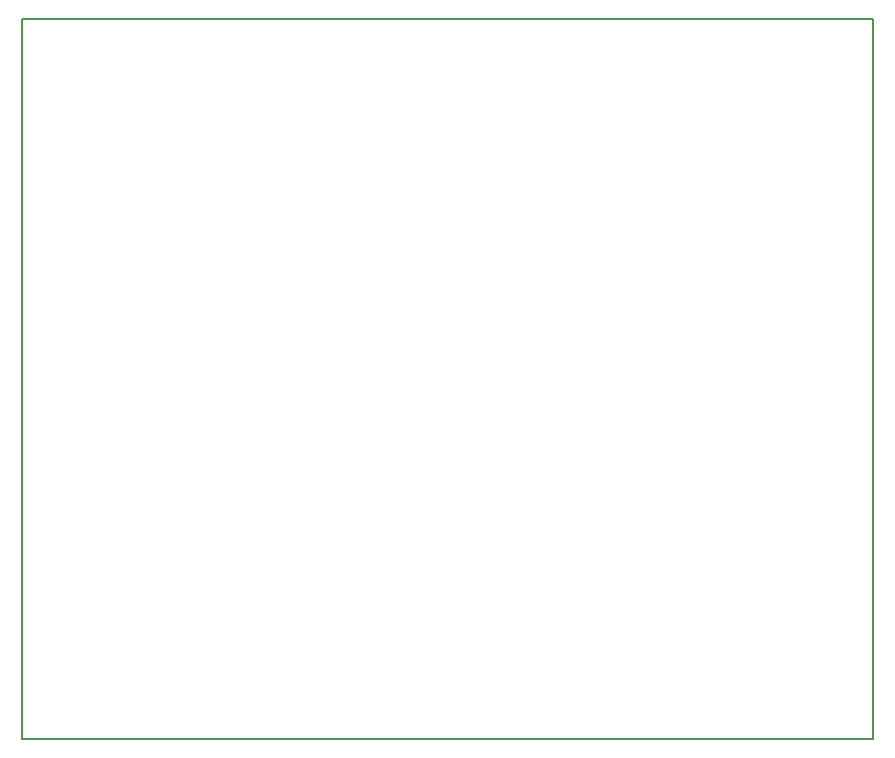
<source format=gbr>
G04 #@! TF.GenerationSoftware,KiCad,Pcbnew,(5.0.1)-4*
G04 #@! TF.CreationDate,2019-03-02T17:06:11-06:00*
G04 #@! TF.ProjectId,monitoring,6D6F6E69746F72696E672E6B69636164,rev?*
G04 #@! TF.SameCoordinates,Original*
G04 #@! TF.FileFunction,Profile,NP*
%FSLAX46Y46*%
G04 Gerber Fmt 4.6, Leading zero omitted, Abs format (unit mm)*
G04 Created by KiCad (PCBNEW (5.0.1)-4) date 2019-03-02 5:06:11 PM*
%MOMM*%
%LPD*%
G01*
G04 APERTURE LIST*
%ADD10C,0.150000*%
G04 APERTURE END LIST*
D10*
X114000000Y-113000000D02*
X114000000Y-52000000D01*
X114000000Y-52000000D02*
X186000000Y-52000000D01*
X114000000Y-113000000D02*
X186000000Y-113000000D01*
X186000000Y-113000000D02*
X186000000Y-52000000D01*
M02*

</source>
